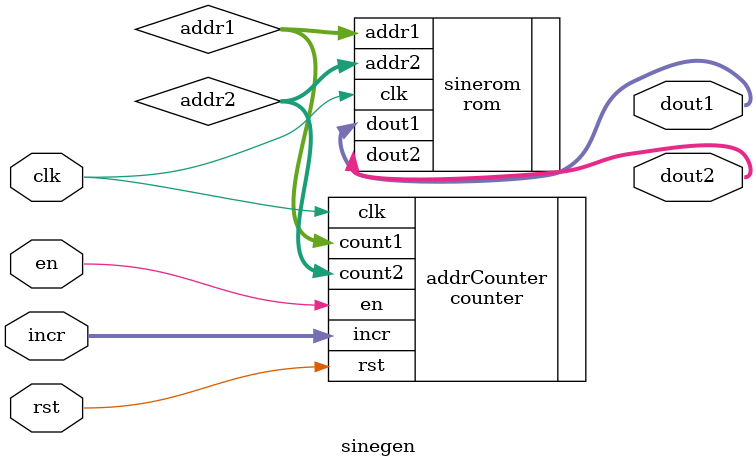
<source format=sv>
module sinegen #(
    parameter D_WIDTH = 8,
    parameter A_WIDTH = 8
)(
    input logic clk,
    input logic rst,
    input logic en,
    input logic [D_WIDTH-1:0] incr,
    output logic [D_WIDTH-1:0] dout1,
    output logic [D_WIDTH-1:0] dout2,
);

// connecting variable
logic [D_WIDTH-1:0] addr1;
logic [D_WIDTH-1:0] addr2;


counter addrCounter (
    .clk (clk),
    .rst(rst),
    .en(en),
    .incr(incr),
    .count1(addr1),
    .count2(addr2)
);

rom sinerom(
    .clk(clk),
    .addr1(addr1),
    .addr2(addr2),
    .dout1(dout1),
    .dout2(dout2)
);
endmodule

</source>
